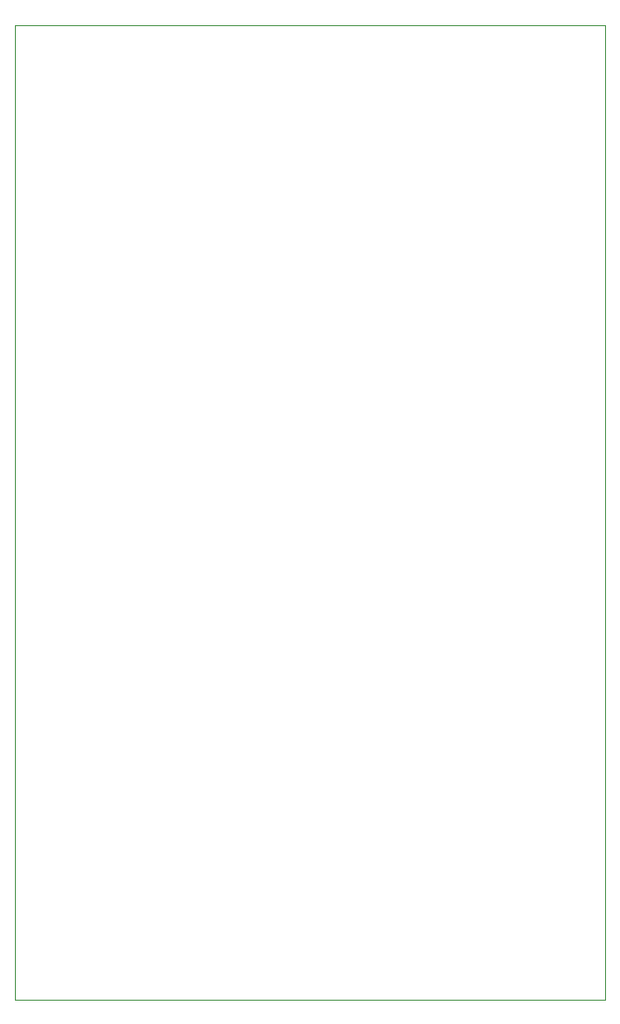
<source format=gbr>
G04 #@! TF.GenerationSoftware,KiCad,Pcbnew,(5.1.5-0-10_14)*
G04 #@! TF.CreationDate,2020-07-20T14:45:55+10:00*
G04 #@! TF.ProjectId,LED_Down_Multi,4c45445f-446f-4776-9e5f-4d756c74692e,rev?*
G04 #@! TF.SameCoordinates,Original*
G04 #@! TF.FileFunction,Profile,NP*
%FSLAX46Y46*%
G04 Gerber Fmt 4.6, Leading zero omitted, Abs format (unit mm)*
G04 Created by KiCad (PCBNEW (5.1.5-0-10_14)) date 2020-07-20 14:45:55*
%MOMM*%
%LPD*%
G04 APERTURE LIST*
%ADD10C,0.050000*%
G04 APERTURE END LIST*
D10*
X219202000Y-133096000D02*
X219202000Y-44704000D01*
X165608000Y-133096000D02*
X219202000Y-133096000D01*
X165608000Y-44704000D02*
X165608000Y-133096000D01*
X219202000Y-44704000D02*
X165608000Y-44704000D01*
M02*

</source>
